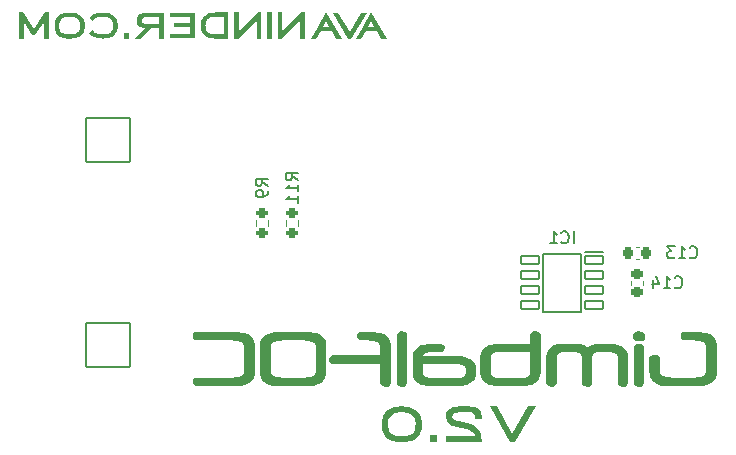
<source format=gbr>
%TF.GenerationSoftware,KiCad,Pcbnew,8.0.4*%
%TF.CreationDate,2024-11-29T22:55:19-05:00*%
%TF.ProjectId,foc_pcb,666f635f-7063-4622-9e6b-696361645f70,2.0*%
%TF.SameCoordinates,Original*%
%TF.FileFunction,Legend,Bot*%
%TF.FilePolarity,Positive*%
%FSLAX46Y46*%
G04 Gerber Fmt 4.6, Leading zero omitted, Abs format (unit mm)*
G04 Created by KiCad (PCBNEW 8.0.4) date 2024-11-29 22:55:19*
%MOMM*%
%LPD*%
G01*
G04 APERTURE LIST*
G04 Aperture macros list*
%AMRoundRect*
0 Rectangle with rounded corners*
0 $1 Rounding radius*
0 $2 $3 $4 $5 $6 $7 $8 $9 X,Y pos of 4 corners*
0 Add a 4 corners polygon primitive as box body*
4,1,4,$2,$3,$4,$5,$6,$7,$8,$9,$2,$3,0*
0 Add four circle primitives for the rounded corners*
1,1,$1+$1,$2,$3*
1,1,$1+$1,$4,$5*
1,1,$1+$1,$6,$7*
1,1,$1+$1,$8,$9*
0 Add four rect primitives between the rounded corners*
20,1,$1+$1,$2,$3,$4,$5,0*
20,1,$1+$1,$4,$5,$6,$7,0*
20,1,$1+$1,$6,$7,$8,$9,0*
20,1,$1+$1,$8,$9,$2,$3,0*%
G04 Aperture macros list end*
%ADD10C,0.300000*%
%ADD11C,0.150000*%
%ADD12C,0.120000*%
%ADD13C,0.200000*%
%ADD14R,1.700000X1.700000*%
%ADD15O,1.700000X1.700000*%
%ADD16O,1.104000X2.004000*%
%ADD17RoundRect,0.102000X1.858000X-1.858000X1.858000X1.858000X-1.858000X1.858000X-1.858000X-1.858000X0*%
%ADD18C,3.920000*%
%ADD19O,2.604000X1.404000*%
%ADD20C,3.200000*%
%ADD21RoundRect,0.225000X-0.250000X0.225000X-0.250000X-0.225000X0.250000X-0.225000X0.250000X0.225000X0*%
%ADD22RoundRect,0.225000X-0.225000X-0.250000X0.225000X-0.250000X0.225000X0.250000X-0.225000X0.250000X0*%
%ADD23RoundRect,0.102000X0.750000X0.325000X-0.750000X0.325000X-0.750000X-0.325000X0.750000X-0.325000X0*%
%ADD24RoundRect,0.200000X0.275000X-0.200000X0.275000X0.200000X-0.275000X0.200000X-0.275000X-0.200000X0*%
G04 APERTURE END LIST*
D10*
G36*
X232789766Y-102496000D02*
G01*
X232343241Y-102496000D01*
X231954748Y-101837228D01*
X231021399Y-101834004D01*
X230633443Y-102496000D01*
X230180471Y-102496000D01*
X230781928Y-101483124D01*
X231230959Y-101483124D01*
X231745188Y-101483124D01*
X231489954Y-101048421D01*
X231230959Y-101483124D01*
X230781928Y-101483124D01*
X231489954Y-100290780D01*
X232789766Y-102496000D01*
G37*
G36*
X231083192Y-100295078D02*
G01*
X230630219Y-100295078D01*
X229641524Y-101986607D01*
X228667875Y-100295078D01*
X228230484Y-100295078D01*
X229506116Y-102525553D01*
X229773709Y-102516418D01*
X231083192Y-100295078D01*
G37*
G36*
X228963946Y-102496000D02*
G01*
X228517421Y-102496000D01*
X228128928Y-101837228D01*
X227195579Y-101834004D01*
X226807623Y-102496000D01*
X226354651Y-102496000D01*
X226956108Y-101483124D01*
X227405139Y-101483124D01*
X227919368Y-101483124D01*
X227664134Y-101048421D01*
X227405139Y-101483124D01*
X226956108Y-101483124D01*
X227664134Y-100290780D01*
X228963946Y-102496000D01*
G37*
G36*
X225847407Y-102496000D02*
G01*
X225847407Y-100290780D01*
X225548649Y-100290780D01*
X223961901Y-101876990D01*
X223961901Y-100290780D01*
X223564811Y-100290780D01*
X223564811Y-102496000D01*
X223869480Y-102496000D01*
X225453004Y-100907102D01*
X225456228Y-102496000D01*
X225847407Y-102496000D01*
G37*
G36*
X222666388Y-100290780D02*
G01*
X222666388Y-102496000D01*
X223057568Y-102496000D01*
X223057568Y-100290780D01*
X222666388Y-100290780D01*
G37*
G36*
X222156995Y-102496000D02*
G01*
X222156995Y-100290780D01*
X221858237Y-100290780D01*
X220271489Y-101876990D01*
X220271489Y-100290780D01*
X219874399Y-100290780D01*
X219874399Y-102496000D01*
X220179068Y-102496000D01*
X221762592Y-100907102D01*
X221765816Y-102496000D01*
X222156995Y-102496000D01*
G37*
G36*
X219367156Y-102496000D02*
G01*
X218298398Y-102496000D01*
X218223792Y-102494961D01*
X218080972Y-102486632D01*
X217946781Y-102469923D01*
X217821347Y-102444778D01*
X217704797Y-102411144D01*
X217597259Y-102368967D01*
X217498859Y-102318191D01*
X217368675Y-102225788D01*
X217259772Y-102113733D01*
X217172579Y-101981844D01*
X217126724Y-101882809D01*
X217090837Y-101774822D01*
X217065046Y-101657830D01*
X217049478Y-101531779D01*
X217044260Y-101396614D01*
X217044331Y-101390703D01*
X217441887Y-101390703D01*
X217443165Y-101457400D01*
X217453137Y-101576634D01*
X217476252Y-101694210D01*
X217516355Y-101804458D01*
X217577295Y-101901708D01*
X217607998Y-101935295D01*
X217698801Y-102005368D01*
X217805787Y-102057461D01*
X217924098Y-102093910D01*
X218048875Y-102117052D01*
X218175261Y-102129224D01*
X218298398Y-102132762D01*
X218975976Y-102132762D01*
X218975976Y-100654555D01*
X218298398Y-100654555D01*
X218249844Y-100655084D01*
X218124825Y-100661789D01*
X217998499Y-100678046D01*
X217875726Y-100706178D01*
X217761362Y-100748510D01*
X217660266Y-100807366D01*
X217577295Y-100885071D01*
X217539697Y-100938754D01*
X217491134Y-101043488D01*
X217461210Y-101157324D01*
X217446077Y-101274862D01*
X217441887Y-101390703D01*
X217044331Y-101390703D01*
X217044820Y-101350107D01*
X217051703Y-101232182D01*
X217067835Y-101113452D01*
X217094987Y-100995874D01*
X217134929Y-100881402D01*
X217189432Y-100771992D01*
X217260268Y-100669600D01*
X217358541Y-100568472D01*
X217471365Y-100485731D01*
X217595965Y-100419866D01*
X217729562Y-100369365D01*
X217833995Y-100340663D01*
X217940756Y-100319116D01*
X218048674Y-100304086D01*
X218156576Y-100294936D01*
X218298398Y-100290780D01*
X219367156Y-100290780D01*
X219367156Y-102496000D01*
G37*
G36*
X214812173Y-101184904D02*
G01*
X214812173Y-101533096D01*
X216143150Y-101533096D01*
X216143150Y-102124702D01*
X214399501Y-102124702D01*
X214399501Y-102491163D01*
X216534330Y-102491163D01*
X216534330Y-100304213D01*
X214399501Y-100304213D01*
X214399501Y-100673362D01*
X216143150Y-100673362D01*
X216143150Y-101184904D01*
X214812173Y-101184904D01*
G37*
G36*
X213888496Y-102502448D02*
G01*
X213490868Y-102502448D01*
X213494092Y-101624981D01*
X212853590Y-101624981D01*
X212012662Y-102502448D01*
X211482850Y-102502448D01*
X212332913Y-101618533D01*
X212295940Y-101614710D01*
X212154741Y-101592023D01*
X212025946Y-101556137D01*
X211911822Y-101505239D01*
X211814638Y-101437516D01*
X211736659Y-101351154D01*
X211680152Y-101244340D01*
X211647385Y-101115260D01*
X211639752Y-101002748D01*
X211639752Y-100919461D01*
X212034155Y-100919461D01*
X212034155Y-100996300D01*
X212036778Y-101041388D01*
X212083905Y-101158241D01*
X212180780Y-101223055D01*
X212294177Y-101248805D01*
X212404223Y-101256618D01*
X212523667Y-101257981D01*
X213497316Y-101257981D01*
X213497316Y-100663690D01*
X212563967Y-100663690D01*
X212481500Y-100662918D01*
X212372676Y-100666914D01*
X212310589Y-100670043D01*
X212200191Y-100691631D01*
X212126722Y-100725814D01*
X212053508Y-100812787D01*
X212034155Y-100919461D01*
X211639752Y-100919461D01*
X211639752Y-100916237D01*
X211641127Y-100866760D01*
X211661047Y-100733977D01*
X211702796Y-100623171D01*
X211763981Y-100532424D01*
X211871657Y-100439308D01*
X211968884Y-100387892D01*
X212077569Y-100350131D01*
X212195318Y-100324105D01*
X212319737Y-100307893D01*
X212448433Y-100299574D01*
X212579012Y-100297228D01*
X213888496Y-100297228D01*
X213888496Y-102502448D01*
G37*
G36*
X210518872Y-102496000D02*
G01*
X210971845Y-102496000D01*
X210971845Y-102065057D01*
X210518872Y-102065057D01*
X210518872Y-102496000D01*
G37*
G36*
X207900980Y-101023704D02*
G01*
X207922473Y-100983941D01*
X207947191Y-100931282D01*
X207971908Y-100891519D01*
X208002536Y-100857667D01*
X208086646Y-100788930D01*
X208190364Y-100737371D01*
X208307641Y-100700727D01*
X208432425Y-100676737D01*
X208558664Y-100663136D01*
X208680309Y-100657662D01*
X208726325Y-100657242D01*
X208836793Y-100659316D01*
X208988054Y-100670709D01*
X209122232Y-100693000D01*
X209239599Y-100727269D01*
X209340429Y-100774599D01*
X209449619Y-100859890D01*
X209530545Y-100972884D01*
X209573082Y-101077352D01*
X209600359Y-101199925D01*
X209612650Y-101341685D01*
X209613464Y-101393390D01*
X209606108Y-101542610D01*
X209583857Y-101672130D01*
X209546437Y-101783044D01*
X209472475Y-101903887D01*
X209370412Y-101996206D01*
X209275033Y-102048292D01*
X209163208Y-102086893D01*
X209034665Y-102113107D01*
X208889128Y-102128031D01*
X208726325Y-102132762D01*
X208608213Y-102129917D01*
X208483085Y-102119925D01*
X208356992Y-102100596D01*
X208235987Y-102069740D01*
X208126119Y-102025169D01*
X208033440Y-101964694D01*
X208002536Y-101935560D01*
X207971908Y-101901708D01*
X207947191Y-101861945D01*
X207922473Y-101809286D01*
X207900980Y-101763076D01*
X207608133Y-102040340D01*
X207617805Y-102058609D01*
X207679867Y-102150964D01*
X207756437Y-102231631D01*
X207854576Y-102302232D01*
X207966468Y-102359987D01*
X208088535Y-102405954D01*
X208217201Y-102441191D01*
X208348890Y-102466757D01*
X208480025Y-102483708D01*
X208607029Y-102493103D01*
X208726325Y-102496000D01*
X208875793Y-102492112D01*
X209016798Y-102480336D01*
X209149177Y-102460505D01*
X209272769Y-102432451D01*
X209387410Y-102396007D01*
X209492937Y-102351004D01*
X209589186Y-102297276D01*
X209715811Y-102199955D01*
X209820645Y-102082058D01*
X209903141Y-101943019D01*
X209945455Y-101838301D01*
X209977434Y-101723767D01*
X209998914Y-101599250D01*
X210009732Y-101464583D01*
X210011092Y-101393390D01*
X210005666Y-101254682D01*
X209989496Y-101126002D01*
X209962747Y-101007200D01*
X209925580Y-100898127D01*
X209878158Y-100798635D01*
X209788156Y-100667035D01*
X209675997Y-100556156D01*
X209542231Y-100465494D01*
X209441323Y-100416036D01*
X209331219Y-100375193D01*
X209212082Y-100342814D01*
X209084076Y-100318752D01*
X208947363Y-100302857D01*
X208802107Y-100294981D01*
X208726325Y-100294004D01*
X208607029Y-100296923D01*
X208480025Y-100306379D01*
X208348890Y-100323416D01*
X208217201Y-100349080D01*
X208088535Y-100384416D01*
X207966468Y-100430470D01*
X207854576Y-100488286D01*
X207756437Y-100558909D01*
X207679867Y-100638905D01*
X207617805Y-100728170D01*
X207608133Y-100749663D01*
X207900980Y-101023704D01*
G37*
G36*
X206018999Y-100296058D02*
G01*
X206164716Y-100303948D01*
X206301760Y-100319874D01*
X206429982Y-100343989D01*
X206549232Y-100376443D01*
X206659363Y-100417389D01*
X206760225Y-100466978D01*
X206893814Y-100557902D01*
X207005712Y-100669128D01*
X207095416Y-100801170D01*
X207142642Y-100901015D01*
X207179632Y-101010491D01*
X207206237Y-101129751D01*
X207222310Y-101258945D01*
X207227700Y-101398226D01*
X207226366Y-101469672D01*
X207215741Y-101604853D01*
X207194607Y-101729888D01*
X207163088Y-101844938D01*
X207121307Y-101950165D01*
X207039663Y-102089945D01*
X206935618Y-102208536D01*
X206809588Y-102306486D01*
X206713559Y-102360589D01*
X206608066Y-102405924D01*
X206493231Y-102442652D01*
X206369178Y-102470937D01*
X206236029Y-102490939D01*
X206093906Y-102502821D01*
X205942934Y-102506746D01*
X205866918Y-102505761D01*
X205721289Y-102497821D01*
X205584322Y-102481797D01*
X205456167Y-102457538D01*
X205336973Y-102424895D01*
X205226890Y-102383717D01*
X205126068Y-102333854D01*
X204992524Y-102242445D01*
X204880657Y-102130648D01*
X204790972Y-101997956D01*
X204743755Y-101897636D01*
X204706770Y-101787653D01*
X204680167Y-101667857D01*
X204664095Y-101538098D01*
X204658705Y-101398226D01*
X205055795Y-101398226D01*
X205056618Y-101449663D01*
X205069032Y-101591018D01*
X205096539Y-101713697D01*
X205139363Y-101818673D01*
X205220681Y-101932790D01*
X205330169Y-102019481D01*
X205431092Y-102067892D01*
X205548388Y-102103149D01*
X205682281Y-102126230D01*
X205832998Y-102138108D01*
X205942934Y-102140284D01*
X206105737Y-102135474D01*
X206251273Y-102120336D01*
X206379817Y-102093806D01*
X206491641Y-102054823D01*
X206615206Y-101981636D01*
X206710183Y-101881902D01*
X206763045Y-101788164D01*
X206800465Y-101677014D01*
X206822716Y-101547389D01*
X206830073Y-101398226D01*
X206829259Y-101346229D01*
X206816968Y-101203697D01*
X206789691Y-101080501D01*
X206747154Y-100975544D01*
X206666228Y-100862076D01*
X206557038Y-100776481D01*
X206456207Y-100729012D01*
X206338840Y-100694662D01*
X206204663Y-100672333D01*
X206053401Y-100660929D01*
X205942934Y-100658854D01*
X205779511Y-100663584D01*
X205633597Y-100678508D01*
X205504880Y-100704722D01*
X205393046Y-100743323D01*
X205297781Y-100795409D01*
X205195994Y-100887728D01*
X205122364Y-101008571D01*
X205085172Y-101119486D01*
X205063087Y-101249005D01*
X205055795Y-101398226D01*
X204658705Y-101398226D01*
X204660037Y-101326747D01*
X204670651Y-101191607D01*
X204691763Y-101066737D01*
X204723251Y-100951957D01*
X204764994Y-100847088D01*
X204846573Y-100707970D01*
X204950544Y-100590137D01*
X205076498Y-100492979D01*
X205172478Y-100439394D01*
X205277926Y-100394546D01*
X205392720Y-100358257D01*
X205516739Y-100330346D01*
X205649862Y-100310633D01*
X205791967Y-100298937D01*
X205942934Y-100295078D01*
X206018999Y-100296058D01*
G37*
G36*
X203754371Y-102496000D02*
G01*
X204151999Y-102496000D01*
X204151999Y-100290780D01*
X203825300Y-100290780D01*
X202904309Y-101673878D01*
X201995676Y-100290780D01*
X201678649Y-100290780D01*
X201678649Y-102496000D01*
X202072515Y-102496000D01*
X202072515Y-101106990D01*
X202772124Y-102175748D01*
X203033806Y-102169838D01*
X203754371Y-101103766D01*
X203754371Y-102496000D01*
G37*
G36*
X255030115Y-129622121D02*
G01*
X255091143Y-129410852D01*
X255302295Y-129303882D01*
X255493932Y-129290195D01*
X255724355Y-129312721D01*
X255906927Y-129440270D01*
X255945659Y-129622121D01*
X255945659Y-130743196D01*
X256035128Y-130961002D01*
X256247102Y-131095447D01*
X256496974Y-131163599D01*
X256769376Y-131194085D01*
X256962320Y-131199319D01*
X258820886Y-131199319D01*
X259073439Y-131190088D01*
X259334849Y-131154491D01*
X259572945Y-131081135D01*
X259770761Y-130941328D01*
X259844141Y-130743196D01*
X259844141Y-128519731D01*
X259753143Y-128299003D01*
X259538786Y-128165349D01*
X259287262Y-128098400D01*
X259013992Y-128068684D01*
X258820886Y-128063607D01*
X257958098Y-128063607D01*
X257749629Y-127985980D01*
X257679534Y-127770768D01*
X257676730Y-127687718D01*
X257706058Y-127466388D01*
X257881003Y-127318422D01*
X257958098Y-127311828D01*
X258846165Y-127311828D01*
X259073627Y-127316518D01*
X259388244Y-127341159D01*
X259670759Y-127386961D01*
X259920933Y-127453962D01*
X260138525Y-127542200D01*
X260377554Y-127692951D01*
X260557670Y-127881614D01*
X260678306Y-128108280D01*
X260738896Y-128373039D01*
X260746496Y-128519731D01*
X260746496Y-130743196D01*
X260716143Y-131025094D01*
X260625459Y-131269781D01*
X260475012Y-131477143D01*
X260265368Y-131647062D01*
X260069629Y-131749860D01*
X259841150Y-131831483D01*
X259580169Y-131891882D01*
X259286927Y-131931008D01*
X258961662Y-131948812D01*
X258846165Y-131950000D01*
X256937041Y-131950000D01*
X256713852Y-131945467D01*
X256403331Y-131921555D01*
X256122544Y-131876893D01*
X255872186Y-131811234D01*
X255652953Y-131724335D01*
X255410259Y-131575006D01*
X255225783Y-131386901D01*
X255101174Y-131159442D01*
X255038079Y-130892049D01*
X255030115Y-130743196D01*
X255030115Y-129622121D01*
G37*
G36*
X253707906Y-128670307D02*
G01*
X253773053Y-128450194D01*
X253980851Y-128350585D01*
X254146444Y-128339480D01*
X254367408Y-128363301D01*
X254549227Y-128507795D01*
X254578387Y-128670307D01*
X254578387Y-131644452D01*
X254513588Y-131864564D01*
X254308587Y-131964173D01*
X254146444Y-131975279D01*
X253921028Y-131951457D01*
X253737169Y-131806963D01*
X253707906Y-131644452D01*
X253707906Y-128670307D01*
G37*
G36*
X254679504Y-127712997D02*
G01*
X254629587Y-127938763D01*
X254454653Y-128088852D01*
X254212745Y-128136720D01*
X254146444Y-128138346D01*
X253908748Y-128112225D01*
X253711983Y-128005132D01*
X253617815Y-127789773D01*
X253613384Y-127712997D01*
X253663522Y-127486744D01*
X253838723Y-127336886D01*
X254080324Y-127289261D01*
X254146444Y-127287648D01*
X254383676Y-127313614D01*
X254580550Y-127420405D01*
X254675047Y-127635967D01*
X254679504Y-127712997D01*
G37*
G36*
X246727568Y-131975279D02*
G01*
X246506603Y-131951457D01*
X246324784Y-131806963D01*
X246295624Y-131644452D01*
X246295624Y-129451762D01*
X246324415Y-129185745D01*
X246409105Y-128955573D01*
X246547170Y-128761130D01*
X246736086Y-128602300D01*
X246973326Y-128478968D01*
X247256369Y-128391017D01*
X247497189Y-128348203D01*
X247761287Y-128325177D01*
X247949759Y-128320795D01*
X248574043Y-128320795D01*
X248814655Y-128328749D01*
X249036093Y-128352224D01*
X249275127Y-128400067D01*
X249515056Y-128481747D01*
X249710482Y-128589766D01*
X249757766Y-128625244D01*
X249967367Y-128495602D01*
X250200760Y-128410063D01*
X250434708Y-128358730D01*
X250697237Y-128328749D01*
X250935994Y-128320795D01*
X251560279Y-128320795D01*
X251839050Y-128330656D01*
X252095353Y-128360273D01*
X252328106Y-128409694D01*
X252599941Y-128506479D01*
X252825425Y-128638675D01*
X253001993Y-128806397D01*
X253127084Y-129009762D01*
X253198133Y-129248884D01*
X253214413Y-129451762D01*
X253214413Y-131644452D01*
X253149614Y-131864564D01*
X252944613Y-131964173D01*
X252782470Y-131975279D01*
X252557054Y-131951457D01*
X252373195Y-131806963D01*
X252343932Y-131644452D01*
X252343932Y-129451762D01*
X252253292Y-129228444D01*
X252052685Y-129109592D01*
X251812653Y-129052415D01*
X251546439Y-129029620D01*
X251421793Y-129027512D01*
X251068984Y-129027512D01*
X250834293Y-129035779D01*
X250600508Y-129067882D01*
X250372159Y-129148549D01*
X250212082Y-129322412D01*
X250189710Y-129451762D01*
X250189710Y-131644452D01*
X250130417Y-131857319D01*
X249928274Y-131962324D01*
X249757766Y-131975279D01*
X249533324Y-131951457D01*
X249348801Y-131806963D01*
X249319228Y-131644452D01*
X249319228Y-129451762D01*
X249238812Y-129227956D01*
X249052768Y-129109269D01*
X248823441Y-129052291D01*
X248563937Y-129029608D01*
X248441053Y-129027512D01*
X248088244Y-129027512D01*
X247849503Y-129035824D01*
X247608150Y-129068069D01*
X247395096Y-129135100D01*
X247212662Y-129283463D01*
X247166106Y-129451762D01*
X247166106Y-131644452D01*
X247100379Y-131864564D01*
X246892280Y-131964173D01*
X246727568Y-131975279D01*
G37*
G36*
X245613134Y-127311469D02*
G01*
X245794953Y-127455964D01*
X245824113Y-127618475D01*
X245824113Y-130819033D01*
X245794957Y-131083157D01*
X245707919Y-131312440D01*
X245563641Y-131506767D01*
X245362769Y-131666021D01*
X245105946Y-131790088D01*
X244876999Y-131859976D01*
X244617213Y-131909956D01*
X244326861Y-131939981D01*
X244006214Y-131950000D01*
X242525736Y-131950000D01*
X242204807Y-131939981D01*
X241914227Y-131909956D01*
X241654260Y-131859976D01*
X241425172Y-131790088D01*
X241168219Y-131666021D01*
X240967267Y-131506767D01*
X240822949Y-131312440D01*
X240735895Y-131083157D01*
X240706737Y-130819033D01*
X240706737Y-129451762D01*
X241577219Y-129451762D01*
X241577219Y-130819033D01*
X241681718Y-131038745D01*
X241901001Y-131159320D01*
X242153380Y-131218358D01*
X242425608Y-131242165D01*
X242551015Y-131244382D01*
X243980935Y-131244382D01*
X244222164Y-131235662D01*
X244471256Y-131202113D01*
X244697432Y-131133216D01*
X244884563Y-131002609D01*
X244953632Y-130819033D01*
X244953632Y-129027512D01*
X242551015Y-129027512D01*
X242309738Y-129035914D01*
X242060481Y-129068444D01*
X241834020Y-129135870D01*
X241646499Y-129265523D01*
X241577219Y-129451762D01*
X240706737Y-129451762D01*
X240735895Y-129185745D01*
X240822949Y-128955573D01*
X240967267Y-128761130D01*
X241168219Y-128602300D01*
X241425172Y-128478968D01*
X241654260Y-128409694D01*
X241914227Y-128360273D01*
X242204807Y-128330656D01*
X242525736Y-128320795D01*
X244953632Y-128320795D01*
X244953632Y-127618475D01*
X245018779Y-127398362D01*
X245226577Y-127298753D01*
X245392170Y-127287648D01*
X245613134Y-127311469D01*
G37*
G36*
X237627272Y-128404814D02*
G01*
X237688167Y-128617069D01*
X237689727Y-128676901D01*
X237655591Y-128895565D01*
X237459699Y-129025929D01*
X237421549Y-129027512D01*
X236829138Y-129027512D01*
X236587277Y-129033840D01*
X236337858Y-129058843D01*
X236111768Y-129112188D01*
X235910433Y-129235240D01*
X235856552Y-129382214D01*
X238518443Y-129353942D01*
X238839091Y-129363830D01*
X239129443Y-129393514D01*
X239389229Y-129443029D01*
X239618176Y-129512405D01*
X239874999Y-129635860D01*
X240075871Y-129794760D01*
X240220148Y-129989184D01*
X240307187Y-130219207D01*
X240336343Y-130484909D01*
X240336343Y-130819033D01*
X240307187Y-131083157D01*
X240220148Y-131312440D01*
X240075871Y-131506767D01*
X239874999Y-131666021D01*
X239618176Y-131790088D01*
X239389229Y-131859976D01*
X239129443Y-131909956D01*
X238839091Y-131939981D01*
X238518443Y-131950000D01*
X236804958Y-131950000D01*
X236484029Y-131939981D01*
X236193449Y-131909956D01*
X235933481Y-131859976D01*
X235704394Y-131790088D01*
X235447441Y-131666021D01*
X235246489Y-131506767D01*
X235102171Y-131312440D01*
X235015117Y-131083157D01*
X234985959Y-130819033D01*
X235856441Y-130819033D01*
X235960639Y-131038745D01*
X236179520Y-131159320D01*
X236431638Y-131218358D01*
X236703743Y-131242165D01*
X236829138Y-131244382D01*
X238493164Y-131244382D01*
X238734394Y-131235662D01*
X238983486Y-131202113D01*
X239209661Y-131133216D01*
X239396793Y-131002609D01*
X239465861Y-130819033D01*
X239465861Y-130459630D01*
X239380169Y-130255060D01*
X239177264Y-130130547D01*
X238938194Y-130067975D01*
X238677659Y-130040142D01*
X238493164Y-130035380D01*
X235856441Y-130035380D01*
X235856441Y-130819033D01*
X234985959Y-130819033D01*
X234985959Y-129451762D01*
X235015117Y-129185745D01*
X235102171Y-128955573D01*
X235246489Y-128761130D01*
X235447441Y-128602300D01*
X235704394Y-128478968D01*
X235933481Y-128409694D01*
X236193449Y-128360273D01*
X236484029Y-128330656D01*
X236804958Y-128320795D01*
X237421549Y-128320795D01*
X237627272Y-128404814D01*
G37*
G36*
X233651660Y-127618475D02*
G01*
X233716807Y-127398362D01*
X233924606Y-127298753D01*
X234090198Y-127287648D01*
X234311163Y-127311469D01*
X234492982Y-127455964D01*
X234522142Y-127618475D01*
X234522142Y-131644452D01*
X234457343Y-131864564D01*
X234252341Y-131964173D01*
X234090198Y-131975279D01*
X233864782Y-131951457D01*
X233680924Y-131806963D01*
X233651660Y-131644452D01*
X233651660Y-127618475D01*
G37*
G36*
X231257836Y-127311828D02*
G01*
X231485298Y-127316518D01*
X231799916Y-127341159D01*
X232082431Y-127386961D01*
X232332604Y-127453962D01*
X232550197Y-127542200D01*
X232789226Y-127692951D01*
X232969342Y-127881614D01*
X233089978Y-128108280D01*
X233150567Y-128373039D01*
X233158168Y-128519731D01*
X233158168Y-131644452D01*
X233088616Y-131865047D01*
X232873734Y-131964296D01*
X232707540Y-131975279D01*
X232475355Y-131951679D01*
X232289921Y-131823217D01*
X232250317Y-131644452D01*
X232250317Y-130041974D01*
X228202358Y-130041974D01*
X227994346Y-129964347D01*
X227923839Y-129749135D01*
X227920990Y-129666085D01*
X227950608Y-129444755D01*
X228125578Y-129296789D01*
X228202358Y-129290195D01*
X232250317Y-129290195D01*
X232250317Y-128519731D01*
X232160593Y-128299003D01*
X231948222Y-128165349D01*
X231698074Y-128098400D01*
X231425528Y-128068684D01*
X231232557Y-128063607D01*
X230570903Y-128063607D01*
X230357019Y-127974471D01*
X230298584Y-127750577D01*
X230297229Y-127687718D01*
X230324123Y-127466871D01*
X230494138Y-127318467D01*
X230570903Y-127311828D01*
X231257836Y-127311828D01*
G37*
G36*
X226008518Y-127316518D02*
G01*
X226323136Y-127341159D01*
X226605651Y-127386961D01*
X226855824Y-127453962D01*
X227073417Y-127542200D01*
X227312446Y-127692951D01*
X227492562Y-127881614D01*
X227613198Y-128108280D01*
X227673788Y-128373039D01*
X227681388Y-128519731D01*
X227681388Y-130743196D01*
X227651034Y-131025094D01*
X227560351Y-131269781D01*
X227409904Y-131477143D01*
X227200260Y-131647062D01*
X227004521Y-131749860D01*
X226776042Y-131831483D01*
X226515061Y-131891882D01*
X226221819Y-131931008D01*
X225896553Y-131948812D01*
X225781057Y-131950000D01*
X223947770Y-131950000D01*
X223720127Y-131945249D01*
X223405324Y-131920333D01*
X223122712Y-131874111D01*
X222872514Y-131806632D01*
X222654953Y-131717945D01*
X222416025Y-131566790D01*
X222236043Y-131378135D01*
X222115534Y-131152096D01*
X222055027Y-130888789D01*
X222047438Y-130743196D01*
X222047438Y-128519731D01*
X222949794Y-128519731D01*
X222949794Y-130743196D01*
X223040792Y-130961002D01*
X223255149Y-131095447D01*
X223506673Y-131163599D01*
X223779942Y-131194085D01*
X223973049Y-131199319D01*
X225755778Y-131199319D01*
X226008331Y-131190088D01*
X226269740Y-131154491D01*
X226507837Y-131081135D01*
X226705653Y-130941328D01*
X226779033Y-130743196D01*
X226779033Y-128519731D01*
X226688034Y-128299003D01*
X226473678Y-128165349D01*
X226222154Y-128098400D01*
X225948884Y-128068684D01*
X225755778Y-128063607D01*
X223973049Y-128063607D01*
X223720496Y-128072567D01*
X223459086Y-128107311D01*
X223220990Y-128179482D01*
X223023174Y-128318724D01*
X222949794Y-128519731D01*
X222047438Y-128519731D01*
X222077747Y-128235892D01*
X222168321Y-127990191D01*
X222318633Y-127782538D01*
X222528154Y-127612842D01*
X222723833Y-127510425D01*
X222952298Y-127429271D01*
X223213325Y-127369340D01*
X223506692Y-127330596D01*
X223832177Y-127313000D01*
X223947770Y-127311828D01*
X225781057Y-127311828D01*
X226008518Y-127316518D01*
G37*
G36*
X216646496Y-131950000D02*
G01*
X216440710Y-131870689D01*
X216374243Y-131656318D01*
X216371723Y-131575209D01*
X216398964Y-131354362D01*
X216569684Y-131205959D01*
X216646496Y-131199319D01*
X219715163Y-131199319D01*
X219967717Y-131190088D01*
X220229126Y-131154491D01*
X220467223Y-131081135D01*
X220665039Y-130941328D01*
X220738419Y-130743196D01*
X220738419Y-128519731D01*
X220647420Y-128299003D01*
X220433064Y-128165349D01*
X220181539Y-128098400D01*
X219908270Y-128068684D01*
X219715163Y-128063607D01*
X216653091Y-128063607D01*
X216445079Y-127985980D01*
X216374572Y-127770768D01*
X216371723Y-127687718D01*
X216401341Y-127466388D01*
X216576311Y-127318422D01*
X216653091Y-127311828D01*
X219740443Y-127311828D01*
X219967904Y-127316518D01*
X220282522Y-127341159D01*
X220565037Y-127386961D01*
X220815210Y-127453962D01*
X221032803Y-127542200D01*
X221271832Y-127692951D01*
X221451948Y-127881614D01*
X221572584Y-128108280D01*
X221633174Y-128373039D01*
X221640774Y-128519731D01*
X221640774Y-130743196D01*
X221610420Y-131025094D01*
X221519737Y-131269781D01*
X221369290Y-131477143D01*
X221159646Y-131647062D01*
X220963907Y-131749860D01*
X220735428Y-131831483D01*
X220474447Y-131891882D01*
X220181205Y-131931008D01*
X219855939Y-131948812D01*
X219740443Y-131950000D01*
X216646496Y-131950000D01*
G37*
G36*
X245396953Y-133648743D02*
G01*
X244779263Y-133648743D01*
X243431043Y-135955373D01*
X242103339Y-133648743D01*
X241506898Y-133648743D01*
X243246395Y-136690300D01*
X243611294Y-136677843D01*
X245396953Y-133648743D01*
G37*
G36*
X239076437Y-133642882D02*
G01*
X238898483Y-133646813D01*
X238723285Y-133660110D01*
X238554065Y-133685031D01*
X238394042Y-133723832D01*
X238246437Y-133778771D01*
X238114471Y-133852103D01*
X238001363Y-133946085D01*
X237910334Y-134062975D01*
X237844605Y-134205030D01*
X237807395Y-134374505D01*
X237800024Y-134503838D01*
X237813177Y-134665638D01*
X237850484Y-134808915D01*
X237916080Y-134945812D01*
X237955362Y-135003558D01*
X238063314Y-135109529D01*
X238195239Y-135196266D01*
X238346811Y-135266516D01*
X238492150Y-135316622D01*
X238513702Y-135323028D01*
X238667070Y-135363992D01*
X238827328Y-135400031D01*
X238991899Y-135433585D01*
X239158205Y-135467094D01*
X239253025Y-135487159D01*
X239429438Y-135528780D01*
X239597247Y-135576403D01*
X239753412Y-135632871D01*
X239894895Y-135701024D01*
X240018654Y-135783707D01*
X240143800Y-135911821D01*
X240230568Y-136072627D01*
X240253199Y-136147348D01*
X237766318Y-136147348D01*
X237766318Y-136647069D01*
X240815935Y-136647069D01*
X240815935Y-136449965D01*
X240809203Y-136279905D01*
X240789250Y-136123697D01*
X240756439Y-135980614D01*
X240683905Y-135789007D01*
X240584481Y-135622837D01*
X240459390Y-135479648D01*
X240309857Y-135356984D01*
X240137106Y-135252390D01*
X239942362Y-135163408D01*
X239800918Y-135111548D01*
X239650607Y-135064807D01*
X239491791Y-135022459D01*
X239324832Y-134983775D01*
X239167950Y-134952658D01*
X239011046Y-134920540D01*
X238855490Y-134884685D01*
X238770157Y-134862142D01*
X238625003Y-134818379D01*
X238559863Y-134794731D01*
X238427367Y-134726642D01*
X238396465Y-134698011D01*
X238344224Y-134555919D01*
X238341510Y-134500907D01*
X238363264Y-134354601D01*
X238396465Y-134295010D01*
X238517455Y-134210058D01*
X238668249Y-134168858D01*
X238694685Y-134164584D01*
X238850830Y-134144363D01*
X239004964Y-134136075D01*
X239072773Y-134135275D01*
X239618656Y-134135275D01*
X239776560Y-134137678D01*
X239923188Y-134149559D01*
X240075329Y-134186200D01*
X240206152Y-134275118D01*
X240270142Y-134432079D01*
X240273715Y-134492114D01*
X240269858Y-134643662D01*
X240269319Y-134685554D01*
X240269319Y-134727320D01*
X240811538Y-134727320D01*
X240811538Y-134462805D01*
X240793699Y-134271690D01*
X240742783Y-134112329D01*
X240662692Y-133981892D01*
X240557326Y-133877551D01*
X240430587Y-133796475D01*
X240286377Y-133735837D01*
X240128598Y-133692806D01*
X239961150Y-133664554D01*
X239787934Y-133648252D01*
X239612854Y-133641069D01*
X239497023Y-133639951D01*
X239076437Y-133642882D01*
G37*
G36*
X236458398Y-136650000D02*
G01*
X237076088Y-136650000D01*
X237076088Y-136062351D01*
X236458398Y-136062351D01*
X236458398Y-136650000D01*
G37*
G36*
X234213229Y-133649801D02*
G01*
X234361004Y-133658189D01*
X234506976Y-133673670D01*
X234697214Y-133707466D01*
X234880431Y-133758967D01*
X235054448Y-133831082D01*
X235217084Y-133926722D01*
X235366157Y-134048798D01*
X235467749Y-134159455D01*
X235509859Y-134214711D01*
X235598527Y-134359521D01*
X235665470Y-134511968D01*
X235713187Y-134669688D01*
X235744176Y-134830316D01*
X235760938Y-134991487D01*
X235765969Y-135150837D01*
X235765156Y-135214206D01*
X235755288Y-135374523D01*
X235732469Y-135535575D01*
X235694502Y-135694896D01*
X235639192Y-135850021D01*
X235564339Y-135998485D01*
X235467749Y-136137822D01*
X235366262Y-136249495D01*
X235217577Y-136372317D01*
X235055471Y-136468148D01*
X234881971Y-136540055D01*
X234699103Y-136591103D01*
X234508893Y-136624358D01*
X234362636Y-136639465D01*
X234214245Y-136647581D01*
X234064574Y-136650000D01*
X233913902Y-136647581D01*
X233764918Y-136639465D01*
X233618382Y-136624358D01*
X233428126Y-136591103D01*
X233245379Y-136540055D01*
X233071944Y-136468148D01*
X232909624Y-136372317D01*
X232760223Y-136249495D01*
X232657735Y-136137822D01*
X232616229Y-136082737D01*
X232528425Y-135938589D01*
X232461624Y-135787023D01*
X232413580Y-135630250D01*
X232382046Y-135470486D01*
X232364773Y-135309944D01*
X232359515Y-135150837D01*
X232901001Y-135150837D01*
X232903146Y-135247042D01*
X232919251Y-135413748D01*
X232955295Y-135574563D01*
X233016202Y-135725070D01*
X233106898Y-135860851D01*
X233149040Y-135905689D01*
X233270499Y-135997840D01*
X233411007Y-136064587D01*
X233565616Y-136109786D01*
X233729378Y-136137296D01*
X233897347Y-136150973D01*
X234064574Y-136154675D01*
X234130406Y-136154144D01*
X234297170Y-136146915D01*
X234463055Y-136128168D01*
X234623064Y-136094045D01*
X234772198Y-136040690D01*
X234905461Y-135964244D01*
X235017854Y-135860851D01*
X235075276Y-135785323D01*
X235150164Y-135640586D01*
X235197047Y-135483647D01*
X235221261Y-135318925D01*
X235228147Y-135150837D01*
X235223942Y-135015674D01*
X235201656Y-134834096D01*
X235159785Y-134676830D01*
X235072698Y-134502844D01*
X234948886Y-134367001D01*
X234787257Y-134266396D01*
X234640564Y-134212323D01*
X234471525Y-134175216D01*
X234279682Y-134153849D01*
X234064574Y-134146999D01*
X233998089Y-134147488D01*
X233829971Y-134154309D01*
X233663092Y-134172347D01*
X233502397Y-134205625D01*
X233352835Y-134258170D01*
X233219353Y-134334007D01*
X233106898Y-134437159D01*
X233051137Y-134513897D01*
X232978067Y-134660053D01*
X232931970Y-134817720D01*
X232907922Y-134982710D01*
X232901001Y-135150837D01*
X232359515Y-135150837D01*
X232360368Y-135087468D01*
X232370607Y-134927151D01*
X232393981Y-134766099D01*
X232432436Y-134606777D01*
X232487916Y-134451652D01*
X232562367Y-134303189D01*
X232657735Y-134163852D01*
X232760223Y-134051055D01*
X232909624Y-133927057D01*
X233071944Y-133830372D01*
X233245379Y-133757881D01*
X233428126Y-133706469D01*
X233618382Y-133673018D01*
X233764918Y-133657841D01*
X233913902Y-133649700D01*
X234064574Y-133647278D01*
X234213229Y-133649801D01*
G37*
D11*
X257182857Y-123549580D02*
X257230476Y-123597200D01*
X257230476Y-123597200D02*
X257373333Y-123644819D01*
X257373333Y-123644819D02*
X257468571Y-123644819D01*
X257468571Y-123644819D02*
X257611428Y-123597200D01*
X257611428Y-123597200D02*
X257706666Y-123501961D01*
X257706666Y-123501961D02*
X257754285Y-123406723D01*
X257754285Y-123406723D02*
X257801904Y-123216247D01*
X257801904Y-123216247D02*
X257801904Y-123073390D01*
X257801904Y-123073390D02*
X257754285Y-122882914D01*
X257754285Y-122882914D02*
X257706666Y-122787676D01*
X257706666Y-122787676D02*
X257611428Y-122692438D01*
X257611428Y-122692438D02*
X257468571Y-122644819D01*
X257468571Y-122644819D02*
X257373333Y-122644819D01*
X257373333Y-122644819D02*
X257230476Y-122692438D01*
X257230476Y-122692438D02*
X257182857Y-122740057D01*
X256230476Y-123644819D02*
X256801904Y-123644819D01*
X256516190Y-123644819D02*
X256516190Y-122644819D01*
X256516190Y-122644819D02*
X256611428Y-122787676D01*
X256611428Y-122787676D02*
X256706666Y-122882914D01*
X256706666Y-122882914D02*
X256801904Y-122930533D01*
X255373333Y-122978152D02*
X255373333Y-123644819D01*
X255611428Y-122597200D02*
X255849523Y-123311485D01*
X255849523Y-123311485D02*
X255230476Y-123311485D01*
X258452857Y-121009580D02*
X258500476Y-121057200D01*
X258500476Y-121057200D02*
X258643333Y-121104819D01*
X258643333Y-121104819D02*
X258738571Y-121104819D01*
X258738571Y-121104819D02*
X258881428Y-121057200D01*
X258881428Y-121057200D02*
X258976666Y-120961961D01*
X258976666Y-120961961D02*
X259024285Y-120866723D01*
X259024285Y-120866723D02*
X259071904Y-120676247D01*
X259071904Y-120676247D02*
X259071904Y-120533390D01*
X259071904Y-120533390D02*
X259024285Y-120342914D01*
X259024285Y-120342914D02*
X258976666Y-120247676D01*
X258976666Y-120247676D02*
X258881428Y-120152438D01*
X258881428Y-120152438D02*
X258738571Y-120104819D01*
X258738571Y-120104819D02*
X258643333Y-120104819D01*
X258643333Y-120104819D02*
X258500476Y-120152438D01*
X258500476Y-120152438D02*
X258452857Y-120200057D01*
X257500476Y-121104819D02*
X258071904Y-121104819D01*
X257786190Y-121104819D02*
X257786190Y-120104819D01*
X257786190Y-120104819D02*
X257881428Y-120247676D01*
X257881428Y-120247676D02*
X257976666Y-120342914D01*
X257976666Y-120342914D02*
X258071904Y-120390533D01*
X257167142Y-120104819D02*
X256548095Y-120104819D01*
X256548095Y-120104819D02*
X256881428Y-120485771D01*
X256881428Y-120485771D02*
X256738571Y-120485771D01*
X256738571Y-120485771D02*
X256643333Y-120533390D01*
X256643333Y-120533390D02*
X256595714Y-120581009D01*
X256595714Y-120581009D02*
X256548095Y-120676247D01*
X256548095Y-120676247D02*
X256548095Y-120914342D01*
X256548095Y-120914342D02*
X256595714Y-121009580D01*
X256595714Y-121009580D02*
X256643333Y-121057200D01*
X256643333Y-121057200D02*
X256738571Y-121104819D01*
X256738571Y-121104819D02*
X257024285Y-121104819D01*
X257024285Y-121104819D02*
X257119523Y-121057200D01*
X257119523Y-121057200D02*
X257167142Y-121009580D01*
X248626189Y-119834819D02*
X248626189Y-118834819D01*
X247578571Y-119739580D02*
X247626190Y-119787200D01*
X247626190Y-119787200D02*
X247769047Y-119834819D01*
X247769047Y-119834819D02*
X247864285Y-119834819D01*
X247864285Y-119834819D02*
X248007142Y-119787200D01*
X248007142Y-119787200D02*
X248102380Y-119691961D01*
X248102380Y-119691961D02*
X248149999Y-119596723D01*
X248149999Y-119596723D02*
X248197618Y-119406247D01*
X248197618Y-119406247D02*
X248197618Y-119263390D01*
X248197618Y-119263390D02*
X248149999Y-119072914D01*
X248149999Y-119072914D02*
X248102380Y-118977676D01*
X248102380Y-118977676D02*
X248007142Y-118882438D01*
X248007142Y-118882438D02*
X247864285Y-118834819D01*
X247864285Y-118834819D02*
X247769047Y-118834819D01*
X247769047Y-118834819D02*
X247626190Y-118882438D01*
X247626190Y-118882438D02*
X247578571Y-118930057D01*
X246626190Y-119834819D02*
X247197618Y-119834819D01*
X246911904Y-119834819D02*
X246911904Y-118834819D01*
X246911904Y-118834819D02*
X247007142Y-118977676D01*
X247007142Y-118977676D02*
X247102380Y-119072914D01*
X247102380Y-119072914D02*
X247197618Y-119120533D01*
X222704819Y-114958333D02*
X222228628Y-114625000D01*
X222704819Y-114386905D02*
X221704819Y-114386905D01*
X221704819Y-114386905D02*
X221704819Y-114767857D01*
X221704819Y-114767857D02*
X221752438Y-114863095D01*
X221752438Y-114863095D02*
X221800057Y-114910714D01*
X221800057Y-114910714D02*
X221895295Y-114958333D01*
X221895295Y-114958333D02*
X222038152Y-114958333D01*
X222038152Y-114958333D02*
X222133390Y-114910714D01*
X222133390Y-114910714D02*
X222181009Y-114863095D01*
X222181009Y-114863095D02*
X222228628Y-114767857D01*
X222228628Y-114767857D02*
X222228628Y-114386905D01*
X222704819Y-115434524D02*
X222704819Y-115625000D01*
X222704819Y-115625000D02*
X222657200Y-115720238D01*
X222657200Y-115720238D02*
X222609580Y-115767857D01*
X222609580Y-115767857D02*
X222466723Y-115863095D01*
X222466723Y-115863095D02*
X222276247Y-115910714D01*
X222276247Y-115910714D02*
X221895295Y-115910714D01*
X221895295Y-115910714D02*
X221800057Y-115863095D01*
X221800057Y-115863095D02*
X221752438Y-115815476D01*
X221752438Y-115815476D02*
X221704819Y-115720238D01*
X221704819Y-115720238D02*
X221704819Y-115529762D01*
X221704819Y-115529762D02*
X221752438Y-115434524D01*
X221752438Y-115434524D02*
X221800057Y-115386905D01*
X221800057Y-115386905D02*
X221895295Y-115339286D01*
X221895295Y-115339286D02*
X222133390Y-115339286D01*
X222133390Y-115339286D02*
X222228628Y-115386905D01*
X222228628Y-115386905D02*
X222276247Y-115434524D01*
X222276247Y-115434524D02*
X222323866Y-115529762D01*
X222323866Y-115529762D02*
X222323866Y-115720238D01*
X222323866Y-115720238D02*
X222276247Y-115815476D01*
X222276247Y-115815476D02*
X222228628Y-115863095D01*
X222228628Y-115863095D02*
X222133390Y-115910714D01*
X225244819Y-114482142D02*
X224768628Y-114148809D01*
X225244819Y-113910714D02*
X224244819Y-113910714D01*
X224244819Y-113910714D02*
X224244819Y-114291666D01*
X224244819Y-114291666D02*
X224292438Y-114386904D01*
X224292438Y-114386904D02*
X224340057Y-114434523D01*
X224340057Y-114434523D02*
X224435295Y-114482142D01*
X224435295Y-114482142D02*
X224578152Y-114482142D01*
X224578152Y-114482142D02*
X224673390Y-114434523D01*
X224673390Y-114434523D02*
X224721009Y-114386904D01*
X224721009Y-114386904D02*
X224768628Y-114291666D01*
X224768628Y-114291666D02*
X224768628Y-113910714D01*
X225244819Y-115434523D02*
X225244819Y-114863095D01*
X225244819Y-115148809D02*
X224244819Y-115148809D01*
X224244819Y-115148809D02*
X224387676Y-115053571D01*
X224387676Y-115053571D02*
X224482914Y-114958333D01*
X224482914Y-114958333D02*
X224530533Y-114863095D01*
X225244819Y-116386904D02*
X225244819Y-115815476D01*
X225244819Y-116101190D02*
X224244819Y-116101190D01*
X224244819Y-116101190D02*
X224387676Y-116005952D01*
X224387676Y-116005952D02*
X224482914Y-115910714D01*
X224482914Y-115910714D02*
X224530533Y-115815476D01*
D12*
%TO.C,C14*%
X253490000Y-123330580D02*
X253490000Y-123049420D01*
X254510000Y-123330580D02*
X254510000Y-123049420D01*
%TO.C,C13*%
X254140580Y-120140000D02*
X253859420Y-120140000D01*
X254140580Y-121160000D02*
X253859420Y-121160000D01*
D13*
%TO.C,IC1*%
X246050000Y-120740000D02*
X249250000Y-120740000D01*
X246050000Y-125640000D02*
X246050000Y-120740000D01*
X249250000Y-120740000D02*
X249250000Y-125640000D01*
X249250000Y-125640000D02*
X246050000Y-125640000D01*
X249600000Y-120610000D02*
X251100000Y-120610000D01*
D12*
%TO.C,R9*%
X221727500Y-117872742D02*
X221727500Y-118347258D01*
X222772500Y-117872742D02*
X222772500Y-118347258D01*
%TO.C,R11*%
X224267500Y-117872742D02*
X224267500Y-118347258D01*
X225312500Y-117872742D02*
X225312500Y-118347258D01*
%TD*%
%LPC*%
D14*
%TO.C,J4*%
X231140000Y-143510000D03*
D15*
X231140000Y-146050000D03*
X228600000Y-143510000D03*
X228600000Y-146050000D03*
%TD*%
D16*
%TO.C,J12*%
X232660000Y-99060000D03*
X226060000Y-99060000D03*
%TD*%
D17*
%TO.C,J5*%
X209200000Y-128480000D03*
D18*
X209200000Y-135680000D03*
D19*
X203200000Y-125330000D03*
X203200000Y-138830000D03*
%TD*%
D14*
%TO.C,J1*%
X259140000Y-116870000D03*
D15*
X259140000Y-114330000D03*
X259140000Y-111790000D03*
X259140000Y-109250000D03*
X259140000Y-106710000D03*
X259140000Y-104170000D03*
X259140000Y-101630000D03*
X259140000Y-99090000D03*
%TD*%
D14*
%TO.C,J3*%
X234950000Y-146050000D03*
D15*
X237490000Y-146050000D03*
X240030000Y-146050000D03*
%TD*%
D20*
%TO.C,H2*%
X247650000Y-104190000D03*
%TD*%
%TO.C,H4*%
X266650000Y-123190000D03*
%TD*%
D14*
%TO.C,J2*%
X213360000Y-146050000D03*
D15*
X215900000Y-146050000D03*
%TD*%
D17*
%TO.C,J6*%
X209200000Y-111100000D03*
D18*
X209200000Y-118300000D03*
D19*
X203200000Y-107950000D03*
X203200000Y-121450000D03*
%TD*%
D20*
%TO.C,H3*%
X247650000Y-142190000D03*
%TD*%
%TO.C,H1*%
X228650000Y-123190000D03*
%TD*%
D14*
%TO.C,J10*%
X219710000Y-146050000D03*
D15*
X219710000Y-143510000D03*
X222250000Y-146050000D03*
X222250000Y-143510000D03*
X224790000Y-146050000D03*
X224790000Y-143510000D03*
%TD*%
D21*
%TO.C,C14*%
X254000000Y-122415000D03*
X254000000Y-123965000D03*
%TD*%
D22*
%TO.C,C13*%
X253225000Y-120650000D03*
X254775000Y-120650000D03*
%TD*%
D23*
%TO.C,IC1*%
X250350000Y-121285000D03*
X250350000Y-122555000D03*
X250350000Y-123825000D03*
X250350000Y-125095000D03*
X244950000Y-125095000D03*
X244950000Y-123825000D03*
X244950000Y-122555000D03*
X244950000Y-121285000D03*
%TD*%
D24*
%TO.C,R9*%
X222250000Y-118935000D03*
X222250000Y-117285000D03*
%TD*%
%TO.C,R11*%
X224790000Y-118935000D03*
X224790000Y-117285000D03*
%TD*%
%LPD*%
M02*

</source>
